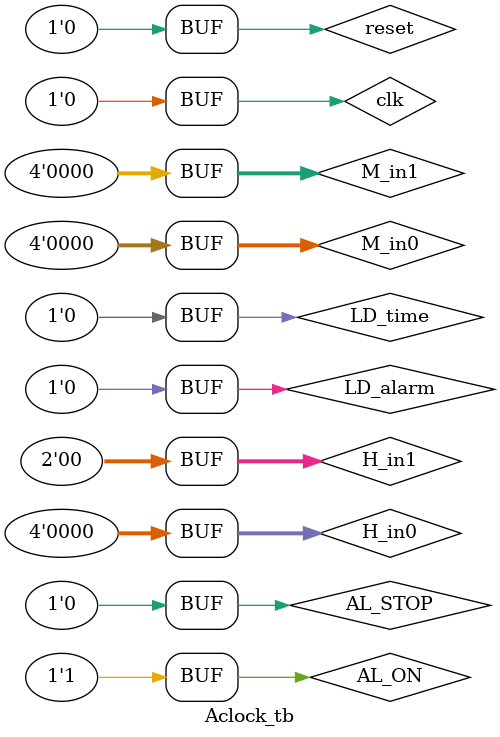
<source format=v>
module Aclock(
input reset,input clk,input [1:0] H_in1,input [3:0] H_in0,input [3:0] M_in1,input [3:0] M_in0,input LD_time,input   LD_alarm,input   AL_STOP,input   AL_ON,
output reg Alarm,output [1:0]  H_out1,output [3:0]  H_out0,output [3:0]  M_out1,output [3:0]  M_out0,output [3:0]  S_out1,output [3:0]  S_out0);

reg clk_1s;
reg [3:0] tmp_1s;
reg [5:0] tmp_hour, tmp_minute, tmp_second;
reg [1:0] c_hour1,a_hour1;
reg [3:0] c_hour0,a_hour0;
reg [3:0] c_min1,a_min1;
reg [3:0] c_min0,a_min0;
reg [3:0] c_sec1,a_sec1;
reg [3:0] c_sec0,a_sec0;

function [3:0] mod_10;
 input [5:0] number;
 begin
 mod_10 = (number >=50) ? 5 : ((number >= 40)? 4 :((number >= 30)? 3 :((number >= 20)? 2 :((number >= 10)? 1 :0))));
 end
endfunction

//General Working,Loading of time and alarm
always @(posedge clk_1s or posedge reset )
 begin
    if(reset) begin
        a_hour1 <= 2'b00;
        a_hour0 <= 4'b0000;
        a_min1 <= 4'b0000;
        a_min0 <= 4'b0000;
        a_sec1 <= 4'b0000;
        a_sec0 <= 4'b0000;
        tmp_hour <= H_in1*10 + H_in0;
        tmp_minute <= M_in1*10 + M_in0; //No need to load while resetting
        tmp_second <= 0;
    end 
    else begin
        if(LD_alarm) begin
            a_hour1 <= H_in1;
            a_hour0 <= H_in0;
            a_min1 <= M_in1;
            a_min0 <= M_in0;
            a_sec1 <= 4'b0000;
            a_sec0 <= 4'b0000;
        end 
        if(LD_time) begin 
            tmp_hour <= H_in1*10 + H_in0;
            tmp_minute <= M_in1*10 + M_in0;
            tmp_second <= 0;
        end 
        else begin 
            tmp_second <= tmp_second + 1;
            if(tmp_second >=59) begin 
                tmp_minute <= tmp_minute + 1;
                tmp_second <= 0;
                if(tmp_minute >=59) begin 
                    tmp_minute <= 0;
                    tmp_hour <= tmp_hour + 1;
                    if(tmp_hour >= 24) begin 
                        tmp_hour <= 0;
                    end 
                end 
            end
        end 
    end 
 end 

//1 second clock
always @(posedge clk or posedge reset)
 begin
    if(reset) 
    begin
        tmp_1s <= 0;
        clk_1s <= 0;
    end
    else begin
        tmp_1s <= tmp_1s + 1;
        if(tmp_1s <= 5) 
            clk_1s <= 0;
        else if (tmp_1s >= 10) begin
            clk_1s <= 1;
            tmp_1s <= 1;
        end
        else
            clk_1s <= 1;
    end
 end

//Getting Outputs
always @(*) begin

 if(tmp_hour>=20) begin
    c_hour1 = 2;
 end
 else begin
    if(tmp_hour >=10) 
    c_hour1  = 1;
    else
    c_hour1 = 0;
 end
 c_hour0 = tmp_hour - c_hour1*10; 
 c_min1 = mod_10(tmp_minute); 
 c_min0 = tmp_minute - c_min1*10;
 c_sec1 = mod_10(tmp_second);
 c_sec0 = tmp_second - c_sec1*10; 
 end

 assign H_out1 = c_hour1; 
 assign H_out0 = c_hour0; 
 assign M_out1 = c_min1; 
 assign M_out0 = c_min0; 
 assign S_out1 = c_sec1;
 assign S_out0 = c_sec0;

//Alarm Working
always @(posedge clk_1s or posedge reset) 
begin
    if(reset) 
        Alarm <=0; 
    else begin
        if({a_hour1,a_hour0,a_min1,a_min0,a_sec1,a_sec0}=={c_hour1,c_hour0,c_min1,c_min0,c_sec1,c_sec0})
        begin 
            if(AL_ON) 
                Alarm <= 1; 
        end
        if(AL_STOP) 
            Alarm <=0; 
    end
 end

endmodule

module Aclock_tb;

    reg reset;
    reg clk;
    reg [1:0] H_in1;
    reg [3:0] H_in0;
    reg [3:0] M_in1;
    reg [3:0] M_in0;
    reg LD_time;
    reg LD_alarm;
    reg AL_STOP;
    reg AL_ON;

    wire Alarm;
    wire [1:0] H_out1;
    wire [3:0] H_out0;
    wire [3:0] M_out1;
    wire [3:0] M_out0;
    wire [3:0] S_out1;
    wire [3:0] S_out0;

    Aclock dut (
        .reset(reset),
        .clk(clk),
        .H_in1(H_in1),
        .H_in0(H_in0),
        .M_in1(M_in1),
        .M_in0(M_in0),
        .LD_time(LD_time),
        .LD_alarm(LD_alarm),
        .AL_STOP(AL_STOP),
        .AL_ON(AL_ON),
        .Alarm(Alarm),
        .H_out1(H_out1),
        .H_out0(H_out0),
        .M_out1(M_out1),
        .M_out0(M_out0),
        .S_out1(S_out1),
        .S_out0(S_out0)
    );
    // Simulate clock from zero time, setting and enabling/disabling alarm
    initial begin
        reset = 1;
        clk = 0;
        H_in1 = 0;
        H_in0 = 0;
        M_in1 = 0;
        M_in0 = 0;
        LD_time = 0;
        LD_alarm = 0;
        AL_STOP = 0;
        AL_ON = 0;

        #5;
        reset = 0;
        LD_time = 1;
        #5;
        LD_time = 0;
        LD_alarm = 1;
        AL_ON = 1;
        H_in1 = 0;
        H_in0 = 0;
        M_in1 = 0;
        M_in0 = 0;
        #5;
        LD_alarm = 0;
        // #100
        // AL_STOP = 1;
        // Simulate clock cycles
        repeat(100) begin
        #5;
        clk = ~clk;
        if($time == 450)
            AL_STOP = 1;
        end
    end

    always @(posedge clk) begin
        $display("clkTime = %0d, Alarm: %b, Time: %0d:%0d:%0d, Stop_Al = %0b",$time, Alarm, H_out1*10+H_out0, M_out1*10+M_out0, S_out1*10+ S_out0,AL_STOP);
    end

endmodule
</source>
